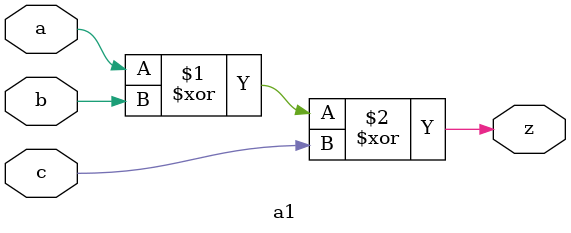
<source format=v>
`timescale 1ns / 1ps


module a1(
    input a,
    input b,
    input c,
    output z
    );
    assign z = a^b^c;
    //assign z[4] = a^b^c;
    //assign z[3] = a^b^c;
   // assign z[2] = a^b^c;
   // assign z[1] = a^b^c;
    //assign z[0] = a^b^c;
endmodule

</source>
